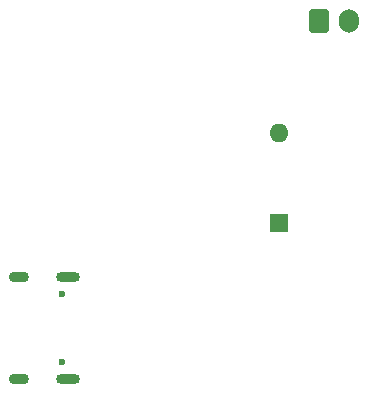
<source format=gbr>
%TF.GenerationSoftware,KiCad,Pcbnew,8.0.3*%
%TF.CreationDate,2024-09-03T15:58:32-04:00*%
%TF.ProjectId,AeroCore,4165726f-436f-4726-952e-6b696361645f,rev?*%
%TF.SameCoordinates,Original*%
%TF.FileFunction,Soldermask,Bot*%
%TF.FilePolarity,Negative*%
%FSLAX46Y46*%
G04 Gerber Fmt 4.6, Leading zero omitted, Abs format (unit mm)*
G04 Created by KiCad (PCBNEW 8.0.3) date 2024-09-03 15:58:32*
%MOMM*%
%LPD*%
G01*
G04 APERTURE LIST*
G04 Aperture macros list*
%AMRoundRect*
0 Rectangle with rounded corners*
0 $1 Rounding radius*
0 $2 $3 $4 $5 $6 $7 $8 $9 X,Y pos of 4 corners*
0 Add a 4 corners polygon primitive as box body*
4,1,4,$2,$3,$4,$5,$6,$7,$8,$9,$2,$3,0*
0 Add four circle primitives for the rounded corners*
1,1,$1+$1,$2,$3*
1,1,$1+$1,$4,$5*
1,1,$1+$1,$6,$7*
1,1,$1+$1,$8,$9*
0 Add four rect primitives between the rounded corners*
20,1,$1+$1,$2,$3,$4,$5,0*
20,1,$1+$1,$4,$5,$6,$7,0*
20,1,$1+$1,$6,$7,$8,$9,0*
20,1,$1+$1,$8,$9,$2,$3,0*%
G04 Aperture macros list end*
%ADD10R,1.600000X1.600000*%
%ADD11O,1.600000X1.600000*%
%ADD12RoundRect,0.250000X-0.600000X-0.750000X0.600000X-0.750000X0.600000X0.750000X-0.600000X0.750000X0*%
%ADD13O,1.700000X2.000000*%
%ADD14C,0.600000*%
%ADD15O,2.000000X0.900000*%
%ADD16O,1.700000X0.900000*%
G04 APERTURE END LIST*
D10*
%TO.C,D6*%
X45350000Y-150100000D03*
D11*
X45350000Y-142480000D03*
%TD*%
D12*
%TO.C,J3*%
X48750000Y-132967500D03*
D13*
X51250000Y-132967500D03*
%TD*%
D14*
%TO.C,J1*%
X27020000Y-156110000D03*
X27020000Y-161890000D03*
D15*
X27500000Y-154680000D03*
D16*
X23330000Y-154680000D03*
D15*
X27500000Y-163320000D03*
D16*
X23330000Y-163320000D03*
%TD*%
M02*

</source>
